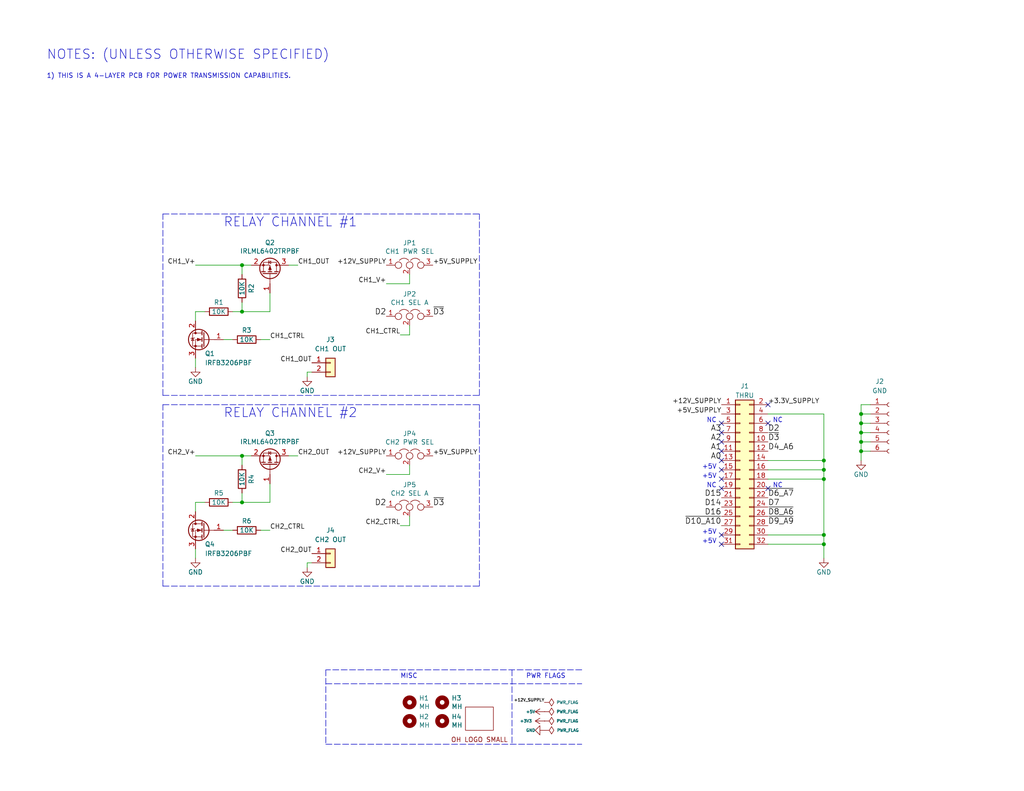
<source format=kicad_sch>
(kicad_sch (version 20211123) (generator eeschema)
  (paper "A")
  (title_block (title "ABSIS ALE Relay Module") (date "2023-02-10") (rev "1") (company "www.openhornet.com") (comment 1 "License:  CC BY-NC-SA"))
  (lib_symbols
    (symbol "ABSIS_ALE_Relay_Module-rescue:Jumper_NC_Dual-Device" (pin_names (offset 0.762) hide)
      (property "Reference" "JP" (at 1.27 -2.54 0))
      (property "Value" "Jumper_NC_Dual-Device" (at 0 2.54 0))
      (symbol "Jumper_NC_Dual-Device_0_1"
        (circle (center -3.048 0) (radius 0.889))
        (arc (start -0.254 1.27) (mid -1.524 1.8804) (end -2.794 1.27))
        (circle (center 0 0) (radius 0.9144))
        (arc (start 2.794 1.27) (mid 1.524 1.8804) (end 0.254 1.27))
        (circle (center 3.048 0) (radius 0.889))
        (pin passive line (at -6.35 0 0) (length 2.413) (name "1") (number "1"))
        (pin passive line (at 0 -2.54 90) (length 1.524) (name "2") (number "2"))
        (pin passive line (at 6.35 0 180) (length 2.413) (name "3") (number "3"))
      )
    )
    (symbol "Connector:Conn_01x06_Female" (pin_names (offset 1.016) hide)
      (property "Reference" "J" (at 0 7.62 0))
      (property "Value" "Conn_01x06_Female" (at 0 -10.16 0))
      (symbol "Conn_01x06_Female_1_1"
        (arc (start 0 -7.112) (mid -0.508 -7.62) (end 0 -8.128) (stroke (width 0.1524)))
        (arc (start 0 -4.572) (mid -0.508 -5.08) (end 0 -5.588) (stroke (width 0.1524)))
        (arc (start 0 -2.032) (mid -0.508 -2.54) (end 0 -3.048) (stroke (width 0.1524)))
        (polyline (pts (xy -1.27 -7.62) (xy -0.508 -7.62)) (stroke (width 0.1524)))
        (polyline (pts (xy -1.27 -5.08) (xy -0.508 -5.08)) (stroke (width 0.1524)))
        (polyline (pts (xy -1.27 -2.54) (xy -0.508 -2.54)) (stroke (width 0.1524)))
        (polyline (pts (xy -1.27 0) (xy -0.508 0)) (stroke (width 0.1524)))
        (polyline (pts (xy -1.27 2.54) (xy -0.508 2.54)) (stroke (width 0.1524)))
        (polyline (pts (xy -1.27 5.08) (xy -0.508 5.08)) (stroke (width 0.1524)))
        (arc (start 0 0.508) (mid -0.508 0) (end 0 -0.508) (stroke (width 0.1524)))
        (arc (start 0 3.048) (mid -0.508 2.54) (end 0 2.032) (stroke (width 0.1524)))
        (arc (start 0 5.588) (mid -0.508 5.08) (end 0 4.572) (stroke (width 0.1524)))
        (pin passive line (at -5.08 5.08 0) (length 3.81) (name "Pin_1") (number "1"))
        (pin passive line (at -5.08 2.54 0) (length 3.81) (name "Pin_2") (number "2"))
        (pin passive line (at -5.08 0 0) (length 3.81) (name "Pin_3") (number "3"))
        (pin passive line (at -5.08 -2.54 0) (length 3.81) (name "Pin_4") (number "4"))
        (pin passive line (at -5.08 -5.08 0) (length 3.81) (name "Pin_5") (number "5"))
        (pin passive line (at -5.08 -7.62 0) (length 3.81) (name "Pin_6") (number "6"))
      )
    )
    (symbol "Connector_Generic:Conn_01x02" (pin_names (offset 1.016) hide)
      (property "Reference" "J" (at 0 2.54 0))
      (property "Value" "Conn_01x02" (at 0 -5.08 0))
      (symbol "Conn_01x02_1_1"
        (rectangle (start -1.27 -2.413) (end 0 -2.667) (stroke (width 0.1524)))
        (rectangle (start -1.27 0.127) (end 0 -0.127) (stroke (width 0.1524)))
        (rectangle (start -1.27 1.27) (end 1.27 -3.81) (stroke (width 0.254)) (fill (type background)))
        (pin passive line (at -5.08 0 0) (length 3.81) (name "Pin_1") (number "1"))
        (pin passive line (at -5.08 -2.54 0) (length 3.81) (name "Pin_2") (number "2"))
      )
    )
    (symbol "Connector_Generic:Conn_02x16_Odd_Even" (pin_names (offset 1.016) hide)
      (property "Reference" "J" (at 1.27 20.32 0))
      (property "Value" "Conn_02x16_Odd_Even" (at 1.27 -22.86 0))
      (symbol "Conn_02x16_Odd_Even_1_1"
        (rectangle (start -1.27 -20.193) (end 0 -20.447) (stroke (width 0.1524)))
        (rectangle (start -1.27 -17.653) (end 0 -17.907) (stroke (width 0.1524)))
        (rectangle (start -1.27 -15.113) (end 0 -15.367) (stroke (width 0.1524)))
        (rectangle (start -1.27 -12.573) (end 0 -12.827) (stroke (width 0.1524)))
        (rectangle (start -1.27 -10.033) (end 0 -10.287) (stroke (width 0.1524)))
        (rectangle (start -1.27 -7.493) (end 0 -7.747) (stroke (width 0.1524)))
        (rectangle (start -1.27 -4.953) (end 0 -5.207) (stroke (width 0.1524)))
        (rectangle (start -1.27 -2.413) (end 0 -2.667) (stroke (width 0.1524)))
        (rectangle (start -1.27 0.127) (end 0 -0.127) (stroke (width 0.1524)))
        (rectangle (start -1.27 2.667) (end 0 2.413) (stroke (width 0.1524)))
        (rectangle (start -1.27 5.207) (end 0 4.953) (stroke (width 0.1524)))
        (rectangle (start -1.27 7.747) (end 0 7.493) (stroke (width 0.1524)))
        (rectangle (start -1.27 10.287) (end 0 10.033) (stroke (width 0.1524)))
        (rectangle (start -1.27 12.827) (end 0 12.573) (stroke (width 0.1524)))
        (rectangle (start -1.27 15.367) (end 0 15.113) (stroke (width 0.1524)))
        (rectangle (start -1.27 17.907) (end 0 17.653) (stroke (width 0.1524)))
        (rectangle (start -1.27 19.05) (end 3.81 -21.59) (stroke (width 0.254)) (fill (type background)))
        (rectangle (start 3.81 -20.193) (end 2.54 -20.447) (stroke (width 0.1524)))
        (rectangle (start 3.81 -17.653) (end 2.54 -17.907) (stroke (width 0.1524)))
        (rectangle (start 3.81 -15.113) (end 2.54 -15.367) (stroke (width 0.1524)))
        (rectangle (start 3.81 -12.573) (end 2.54 -12.827) (stroke (width 0.1524)))
        (rectangle (start 3.81 -10.033) (end 2.54 -10.287) (stroke (width 0.1524)))
        (rectangle (start 3.81 -7.493) (end 2.54 -7.747) (stroke (width 0.1524)))
        (rectangle (start 3.81 -4.953) (end 2.54 -5.207) (stroke (width 0.1524)))
        (rectangle (start 3.81 -2.413) (end 2.54 -2.667) (stroke (width 0.1524)))
        (rectangle (start 3.81 0.127) (end 2.54 -0.127) (stroke (width 0.1524)))
        (rectangle (start 3.81 2.667) (end 2.54 2.413) (stroke (width 0.1524)))
        (rectangle (start 3.81 5.207) (end 2.54 4.953) (stroke (width 0.1524)))
        (rectangle (start 3.81 7.747) (end 2.54 7.493) (stroke (width 0.1524)))
        (rectangle (start 3.81 10.287) (end 2.54 10.033) (stroke (width 0.1524)))
        (rectangle (start 3.81 12.827) (end 2.54 12.573) (stroke (width 0.1524)))
        (rectangle (start 3.81 15.367) (end 2.54 15.113) (stroke (width 0.1524)))
        (rectangle (start 3.81 17.907) (end 2.54 17.653) (stroke (width 0.1524)))
        (pin passive line (at -5.08 17.78 0) (length 3.81) (name "Pin_1") (number "1"))
        (pin passive line (at 7.62 7.62 180) (length 3.81) (name "Pin_10") (number "10"))
        (pin passive line (at -5.08 5.08 0) (length 3.81) (name "Pin_11") (number "11"))
        (pin passive line (at 7.62 5.08 180) (length 3.81) (name "Pin_12") (number "12"))
        (pin passive line (at -5.08 2.54 0) (length 3.81) (name "Pin_13") (number "13"))
        (pin passive line (at 7.62 2.54 180) (length 3.81) (name "Pin_14") (number "14"))
        (pin passive line (at -5.08 0 0) (length 3.81) (name "Pin_15") (number "15"))
        (pin passive line (at 7.62 0 180) (length 3.81) (name "Pin_16") (number "16"))
        (pin passive line (at -5.08 -2.54 0) (length 3.81) (name "Pin_17") (number "17"))
        (pin passive line (at 7.62 -2.54 180) (length 3.81) (name "Pin_18") (number "18"))
        (pin passive line (at -5.08 -5.08 0) (length 3.81) (name "Pin_19") (number "19"))
        (pin passive line (at 7.62 17.78 180) (length 3.81) (name "Pin_2") (number "2"))
        (pin passive line (at 7.62 -5.08 180) (length 3.81) (name "Pin_20") (number "20"))
        (pin passive line (at -5.08 -7.62 0) (length 3.81) (name "Pin_21") (number "21"))
        (pin passive line (at 7.62 -7.62 180) (length 3.81) (name "Pin_22") (number "22"))
        (pin passive line (at -5.08 -10.16 0) (length 3.81) (name "Pin_23") (number "23"))
        (pin passive line (at 7.62 -10.16 180) (length 3.81) (name "Pin_24") (number "24"))
        (pin passive line (at -5.08 -12.7 0) (length 3.81) (name "Pin_25") (number "25"))
        (pin passive line (at 7.62 -12.7 180) (length 3.81) (name "Pin_26") (number "26"))
        (pin passive line (at -5.08 -15.24 0) (length 3.81) (name "Pin_27") (number "27"))
        (pin passive line (at 7.62 -15.24 180) (length 3.81) (name "Pin_28") (number "28"))
        (pin passive line (at -5.08 -17.78 0) (length 3.81) (name "Pin_29") (number "29"))
        (pin passive line (at -5.08 15.24 0) (length 3.81) (name "Pin_3") (number "3"))
        (pin passive line (at 7.62 -17.78 180) (length 3.81) (name "Pin_30") (number "30"))
        (pin passive line (at -5.08 -20.32 0) (length 3.81) (name "Pin_31") (number "31"))
        (pin passive line (at 7.62 -20.32 180) (length 3.81) (name "Pin_32") (number "32"))
        (pin passive line (at 7.62 15.24 180) (length 3.81) (name "Pin_4") (number "4"))
        (pin passive line (at -5.08 12.7 0) (length 3.81) (name "Pin_5") (number "5"))
        (pin passive line (at 7.62 12.7 180) (length 3.81) (name "Pin_6") (number "6"))
        (pin passive line (at -5.08 10.16 0) (length 3.81) (name "Pin_7") (number "7"))
        (pin passive line (at 7.62 10.16 180) (length 3.81) (name "Pin_8") (number "8"))
        (pin passive line (at -5.08 7.62 0) (length 3.81) (name "Pin_9") (number "9"))
      )
    )
    (symbol "Device:Q_NMOS_GDS" (pin_names (offset 0) hide)
      (property "Reference" "Q" (at 5.08 1.27 0))
      (property "Value" "Q_NMOS_GDS" (at 5.08 -1.27 0))
      (symbol "Q_NMOS_GDS_0_1"
        (polyline (pts (xy 0.254 0) (xy -2.54 0)))
        (polyline (pts (xy 0.254 1.905) (xy 0.254 -1.905)) (stroke (width 0.254)))
        (polyline (pts (xy 0.762 -1.27) (xy 0.762 -2.286)) (stroke (width 0.254)))
        (polyline (pts (xy 0.762 0.508) (xy 0.762 -0.508)) (stroke (width 0.254)))
        (polyline (pts (xy 0.762 2.286) (xy 0.762 1.27)) (stroke (width 0.254)))
        (polyline (pts (xy 2.54 2.54) (xy 2.54 1.778)))
        (polyline (pts (xy 2.54 -2.54) (xy 2.54 0) (xy 0.762 0)))
        (polyline (pts (xy 0.762 -1.778) (xy 3.302 -1.778) (xy 3.302 1.778) (xy 0.762 1.778)))
        (polyline (pts (xy 1.016 0) (xy 2.032 0.381) (xy 2.032 -0.381) (xy 1.016 0)) (fill (type outline)))
        (polyline (pts (xy 2.794 0.508) (xy 2.921 0.381) (xy 3.683 0.381) (xy 3.81 0.254)))
        (polyline (pts (xy 3.302 0.381) (xy 2.921 -0.254) (xy 3.683 -0.254) (xy 3.302 0.381)))
        (circle (center 1.651 0) (radius 2.794) (stroke (width 0.254)))
        (circle (center 2.54 -1.778) (radius 0.254) (fill (type outline)))
        (circle (center 2.54 1.778) (radius 0.254) (fill (type outline)))
      )
      (symbol "Q_NMOS_GDS_1_1"
        (pin input line (at -5.08 0 0) (length 2.54) (name "G") (number "1"))
        (pin passive line (at 2.54 5.08 270) (length 2.54) (name "D") (number "2"))
        (pin passive line (at 2.54 -5.08 90) (length 2.54) (name "S") (number "3"))
      )
    )
    (symbol "Device:R" (pin_numbers hide) (pin_names (offset 0))
      (property "Reference" "R" (at 2.032 0 90))
      (property "Value" "R" (at 0 0 90))
      (symbol "R_0_1"
        (rectangle (start -1.016 -2.54) (end 1.016 2.54) (stroke (width 0.254)))
      )
      (symbol "R_1_1"
        (pin passive line (at 0 3.81 270) (length 1.27) (name "~") (number "1"))
        (pin passive line (at 0 -3.81 90) (length 1.27) (name "~") (number "2"))
      )
    )
    (symbol "KiCadCustomLib:OpenHornetLogoSmall" (pin_numbers hide) (pin_names (offset 0) hide)
      (symbol "OpenHornetLogoSmall_0_0"
        (text "OH LOGO SMALL" (at 0 2.54 0) (effects (font (size 1.27 1.27))))
      )
      (symbol "OpenHornetLogoSmall_0_1"
        (rectangle (start 3.81 5.08) (end -3.81 11.43))
      )
    )
    (symbol "Mechanical:MountingHole" (pin_names (offset 1.016))
      (property "Reference" "H" (at 0 5.08 0))
      (property "Value" "MountingHole" (at 0 3.175 0))
      (symbol "MountingHole_0_1"
        (circle (center 0 0) (radius 1.27) (stroke (width 1.27)))
      )
    )
    (symbol "Transistor_FET:IRLML6402" (pin_names hide)
      (property "Reference" "Q" (at 5.08 1.905 0))
      (property "Value" "IRLML6402" (at 5.08 0 0))
      (symbol "IRLML6402_0_1"
        (polyline (pts (xy 0.254 0) (xy -2.54 0)))
        (polyline (pts (xy 0.254 1.905) (xy 0.254 -1.905)) (stroke (width 0.254)))
        (polyline (pts (xy 0.762 -1.27) (xy 0.762 -2.286)) (stroke (width 0.254)))
        (polyline (pts (xy 0.762 0.508) (xy 0.762 -0.508)) (stroke (width 0.254)))
        (polyline (pts (xy 0.762 2.286) (xy 0.762 1.27)) (stroke (width 0.254)))
        (polyline (pts (xy 2.54 2.54) (xy 2.54 1.778)))
        (polyline (pts (xy 2.54 -2.54) (xy 2.54 0) (xy 0.762 0)))
        (polyline (pts (xy 0.762 1.778) (xy 3.302 1.778) (xy 3.302 -1.778) (xy 0.762 -1.778)))
        (polyline (pts (xy 2.286 0) (xy 1.27 0.381) (xy 1.27 -0.381) (xy 2.286 0)) (fill (type outline)))
        (polyline (pts (xy 2.794 -0.508) (xy 2.921 -0.381) (xy 3.683 -0.381) (xy 3.81 -0.254)))
        (polyline (pts (xy 3.302 -0.381) (xy 2.921 0.254) (xy 3.683 0.254) (xy 3.302 -0.381)))
        (circle (center 1.651 0) (radius 2.794) (stroke (width 0.254)))
        (circle (center 2.54 -1.778) (radius 0.254) (fill (type outline)))
        (circle (center 2.54 1.778) (radius 0.254) (fill (type outline)))
      )
      (symbol "IRLML6402_1_1"
        (pin input line (at -5.08 0 0) (length 2.54) (name "G") (number "1"))
        (pin passive line (at 2.54 -5.08 90) (length 2.54) (name "S") (number "2"))
        (pin passive line (at 2.54 5.08 270) (length 2.54) (name "D") (number "3"))
      )
    )
    (symbol "power:+3V3" (power) (pin_names (offset 0))
      (property "Value" "+3V3" (at 0 3.556 0))
      (symbol "+3V3_0_1"
        (polyline (pts (xy -0.762 1.27) (xy 0 2.54)))
        (polyline (pts (xy 0 0) (xy 0 2.54)))
        (polyline (pts (xy 0 2.54) (xy 0.762 1.27)))
      )
      (symbol "+3V3_1_1"
        (pin power_in line (at 0 0 90) (length 0) hide (name "+3V3") (number "1"))
      )
    )
    (symbol "power:+5V" (power) (pin_names (offset 0))
      (property "Value" "+5V" (at 0 3.556 0))
      (symbol "+5V_0_1"
        (polyline (pts (xy -0.762 1.27) (xy 0 2.54)))
        (polyline (pts (xy 0 0) (xy 0 2.54)))
        (polyline (pts (xy 0 2.54) (xy 0.762 1.27)))
      )
      (symbol "+5V_1_1"
        (pin power_in line (at 0 0 90) (length 0) hide (name "+5V") (number "1"))
      )
    )
    (symbol "power:GND" (power) (pin_names (offset 0))
      (property "Value" "GND" (at 0 -3.81 0))
      (symbol "GND_0_1"
        (polyline (pts (xy 0 0) (xy 0 -1.27) (xy 1.27 -1.27) (xy 0 -2.54) (xy -1.27 -1.27) (xy 0 -1.27)))
      )
      (symbol "GND_1_1"
        (pin power_in line (at 0 0 270) (length 0) hide (name "GND") (number "1"))
      )
    )
    (symbol "power:PWR_FLAG" (power) (pin_numbers hide) (pin_names (offset 0) hide)
      (property "Value" "PWR_FLAG" (at 0 3.81 0))
      (symbol "PWR_FLAG_0_0"
        (pin power_out line (at 0 0 90) (length 0) (name "pwr") (number "1"))
      )
      (symbol "PWR_FLAG_0_1"
        (polyline (pts (xy 0 0) (xy 0 1.27) (xy -1.016 1.905) (xy 0 2.54) (xy 1.016 1.905) (xy 0 1.27)))
      )
    )
  )
  (junction (at 224.79 128.27))
  (junction (at 66.04 85.09))
  (junction (at 224.79 146.05))
  (junction (at 234.95 123.19))
  (junction (at 234.95 115.57))
  (junction (at 234.95 120.65))
  (junction (at 224.79 148.59))
  (junction (at 66.04 124.46))
  (junction (at 224.79 125.73))
  (junction (at 66.04 72.39))
  (junction (at 234.95 113.03))
  (junction (at 66.04 137.16))
  (junction (at 224.79 130.81))
  (junction (at 234.95 118.11))
  (no_connect (at 196.85 146.05))
  (no_connect (at 196.85 120.65))
  (no_connect (at 196.85 133.35))
  (no_connect (at 196.85 148.59))
  (no_connect (at 196.85 128.27))
  (no_connect (at 196.85 130.81))
  (no_connect (at 209.55 110.49))
  (no_connect (at 196.85 115.57))
  (no_connect (at 196.85 125.73))
  (no_connect (at 196.85 118.11))
  (no_connect (at 196.85 123.19))
  (no_connect (at 209.55 115.57))
  (no_connect (at 209.55 133.35))
  (wire (pts (xy 53.34 137.16) (xy 53.34 139.7)))
  (wire (pts (xy 105.41 129.54) (xy 111.76 129.54)))
  (wire (pts (xy 234.95 113.03) (xy 234.95 115.57)))
  (wire (pts (xy 111.76 88.9) (xy 111.76 91.44)))
  (wire (pts (xy 66.04 72.39) (xy 53.34 72.39)))
  (wire (pts (xy 53.34 85.09) (xy 53.34 87.63)))
  (wire (pts (xy 53.34 152.4) (xy 53.34 149.86)))
  (wire (pts (xy 71.12 92.71) (xy 73.66 92.71)))
  (wire (pts (xy 224.79 130.81) (xy 224.79 146.05)))
  (polyline (pts (xy 130.81 110.49) (xy 130.81 160.02)))
  (wire (pts (xy 209.55 125.73) (xy 224.79 125.73)))
  (wire (pts (xy 53.34 100.33) (xy 53.34 97.79)))
  (wire (pts (xy 209.55 128.27) (xy 224.79 128.27)))
  (wire (pts (xy 224.79 146.05) (xy 224.79 148.59)))
  (wire (pts (xy 83.82 101.6) (xy 83.82 102.87)))
  (wire (pts (xy 66.04 82.55) (xy 66.04 85.09)))
  (wire (pts (xy 111.76 129.54) (xy 111.76 127)))
  (wire (pts (xy 73.66 132.08) (xy 73.66 137.16)))
  (wire (pts (xy 224.79 148.59) (xy 224.79 152.4)))
  (wire (pts (xy 234.95 110.49) (xy 234.95 113.03)))
  (polyline (pts (xy 88.9 182.88) (xy 88.9 203.2)))
  (wire (pts (xy 85.09 153.67) (xy 83.82 153.67)))
  (wire (pts (xy 224.79 113.03) (xy 224.79 125.73)))
  (wire (pts (xy 83.82 153.67) (xy 83.82 154.94)))
  (wire (pts (xy 66.04 74.93) (xy 66.04 72.39)))
  (wire (pts (xy 209.55 130.81) (xy 224.79 130.81)))
  (wire (pts (xy 237.49 113.03) (xy 234.95 113.03)))
  (wire (pts (xy 55.88 85.09) (xy 53.34 85.09)))
  (wire (pts (xy 68.58 124.46) (xy 66.04 124.46)))
  (wire (pts (xy 209.55 113.03) (xy 224.79 113.03)))
  (wire (pts (xy 234.95 118.11) (xy 234.95 120.65)))
  (wire (pts (xy 237.49 115.57) (xy 234.95 115.57)))
  (wire (pts (xy 66.04 124.46) (xy 53.34 124.46)))
  (polyline (pts (xy 88.9 203.2) (xy 158.75 203.2)))
  (wire (pts (xy 60.96 92.71) (xy 63.5 92.71)))
  (wire (pts (xy 73.66 85.09) (xy 66.04 85.09)))
  (polyline (pts (xy 130.81 107.95) (xy 130.81 58.42)))
  (polyline (pts (xy 44.45 160.02) (xy 44.45 110.49)))
  (wire (pts (xy 109.22 143.51) (xy 111.76 143.51)))
  (wire (pts (xy 66.04 127) (xy 66.04 124.46)))
  (wire (pts (xy 237.49 110.49) (xy 234.95 110.49)))
  (polyline (pts (xy 44.45 110.49) (xy 130.81 110.49)))
  (wire (pts (xy 234.95 123.19) (xy 234.95 125.73)))
  (wire (pts (xy 234.95 120.65) (xy 234.95 123.19)))
  (wire (pts (xy 234.95 115.57) (xy 234.95 118.11)))
  (wire (pts (xy 224.79 128.27) (xy 224.79 130.81)))
  (polyline (pts (xy 158.75 182.88) (xy 88.9 182.88)))
  (wire (pts (xy 237.49 120.65) (xy 234.95 120.65)))
  (wire (pts (xy 60.96 144.78) (xy 63.5 144.78)))
  (wire (pts (xy 237.49 123.19) (xy 234.95 123.19)))
  (wire (pts (xy 81.28 124.46) (xy 78.74 124.46)))
  (wire (pts (xy 63.5 137.16) (xy 66.04 137.16)))
  (wire (pts (xy 73.66 137.16) (xy 66.04 137.16)))
  (wire (pts (xy 105.41 77.47) (xy 111.76 77.47)))
  (wire (pts (xy 73.66 80.01) (xy 73.66 85.09)))
  (polyline (pts (xy 44.45 160.02) (xy 130.81 160.02)))
  (polyline (pts (xy 44.45 107.95) (xy 130.81 107.95)))
  (wire (pts (xy 209.55 146.05) (xy 224.79 146.05)))
  (wire (pts (xy 111.76 77.47) (xy 111.76 74.93)))
  (wire (pts (xy 237.49 118.11) (xy 234.95 118.11)))
  (polyline (pts (xy 44.45 58.42) (xy 130.81 58.42)))
  (wire (pts (xy 66.04 134.62) (xy 66.04 137.16)))
  (wire (pts (xy 68.58 72.39) (xy 66.04 72.39)))
  (wire (pts (xy 109.22 91.44) (xy 111.76 91.44)))
  (polyline (pts (xy 44.45 107.95) (xy 44.45 58.42)))
  (wire (pts (xy 71.12 144.78) (xy 73.66 144.78)))
  (wire (pts (xy 209.55 148.59) (xy 224.79 148.59)))
  (wire (pts (xy 63.5 85.09) (xy 66.04 85.09)))
  (polyline (pts (xy 88.9 186.69) (xy 158.75 186.69)))
  (wire (pts (xy 111.76 140.97) (xy 111.76 143.51)))
  (wire (pts (xy 85.09 101.6) (xy 83.82 101.6)))
  (wire (pts (xy 55.88 137.16) (xy 53.34 137.16)))
  (polyline (pts (xy 139.7 182.88) (xy 139.7 203.2)))
  (wire (pts (xy 224.79 125.73) (xy 224.79 128.27)))
  (wire (pts (xy 81.28 72.39) (xy 78.74 72.39)))
  (text "NC" (at 195.58 133.35 180) (effects (font (size 1.27 1.27)) (justify right bottom)))
  (text "+5V" (at 195.58 148.59 180) (effects (font (size 1.27 1.27)) (justify right bottom)))
  (text "RELAY CHANNEL #2" (at 60.96 114.3 0) (effects (font (size 2.4892 2.4892)) (justify left bottom)))
  (text "NC" (at 210.82 133.35 0) (effects (font (size 1.27 1.27)) (justify left bottom)))
  (text "MISC" (at 109.22 185.42 0) (effects (font (size 1.27 1.27)) (justify left bottom)))
  (text "+5V" (at 195.58 128.27 180) (effects (font (size 1.27 1.27)) (justify right bottom)))
  (text "PWR FLAGS" (at 143.51 185.42 0) (effects (font (size 1.27 1.27)) (justify left bottom)))
  (text "RELAY CHANNEL #1" (at 60.96 62.23 0) (effects (font (size 2.4892 2.4892)) (justify left bottom)))
  (text "NC" (at 195.58 115.57 180) (effects (font (size 1.27 1.27)) (justify right bottom)))
  (text "NC" (at 210.82 115.57 0) (effects (font (size 1.27 1.27)) (justify left bottom)))
  (text "1) THIS IS A 4-LAYER PCB FOR POWER TRANSMISSION CAPABILITIES." (at 12.7 21.59 0) (effects (font (size 1.27 1.27)) (justify left bottom)))
  (text "+5V" (at 195.58 130.81 180) (effects (font (size 1.27 1.27)) (justify right bottom)))
  (text "+5V" (at 195.58 146.05 180) (effects (font (size 1.27 1.27)) (justify right bottom)))
  (text "NOTES: (UNLESS OTHERWISE SPECIFIED)" (at 12.7 16.51 0) (effects (font (size 2.54 2.54)) (justify left bottom)))
  (label "CH1_CTRL" (at 109.22 91.44 180))
  (label "D15" (at 196.85 135.89 180) (effects (font (size 1.524 1.524))))
  (label "CH2_OUT" (at 81.28 124.46 0))
  (label "D2" (at 105.41 138.43 180) (effects (font (size 1.524 1.524))))
  (label "+5V_SUPPLY" (at 118.11 124.46 0))
  (label "CH2_OUT" (at 85.09 151.13 180))
  (label "CH1_OUT" (at 81.28 72.39 0))
  (label "+12V_SUPPLY" (at 148.59 191.77 180) (effects (font (size 0.7874 0.7874))))
  (label "CH2_V+" (at 105.41 129.54 180))
  (label "CH2_CTRL" (at 73.66 144.78 0))
  (label "A1" (at 196.85 123.19 180) (effects (font (size 1.524 1.524))))
  (label "A2" (at 196.85 120.65 180) (effects (font (size 1.524 1.524))))
  (label "CH2_V+" (at 53.34 124.46 180))
  (label "+3.3V_SUPPLY" (at 209.55 110.49 0))
  (label "+12V_SUPPLY" (at 196.85 110.49 180))
  (label "~{D9_A9}" (at 209.55 143.51 0) (effects (font (size 1.524 1.524))))
  (label "~{D3}" (at 118.11 86.36 0) (effects (font (size 1.524 1.524))))
  (label "D2" (at 209.55 118.11 0) (effects (font (size 1.524 1.524))))
  (label "CH1_V+" (at 105.41 77.47 180))
  (label "CH1_OUT" (at 85.09 99.06 180))
  (label "D7" (at 209.55 138.43 0) (effects (font (size 1.524 1.524))))
  (label "~{D3}" (at 209.55 120.65 0) (effects (font (size 1.524 1.524))))
  (label "CH2_CTRL" (at 109.22 143.51 180))
  (label "+12V_SUPPLY" (at 105.41 72.39 180))
  (label "D16" (at 196.85 140.97 180) (effects (font (size 1.524 1.524))))
  (label "+5V_SUPPLY" (at 196.85 113.03 180))
  (label "D2" (at 105.41 86.36 180) (effects (font (size 1.524 1.524))))
  (label "D14" (at 196.85 138.43 180) (effects (font (size 1.524 1.524))))
  (label "D4_A6" (at 209.55 123.19 0) (effects (font (size 1.524 1.524))))
  (label "A3" (at 196.85 118.11 180) (effects (font (size 1.524 1.524))))
  (label "A0" (at 196.85 125.73 180) (effects (font (size 1.524 1.524))))
  (label "~{D8_A6}" (at 209.55 140.97 0) (effects (font (size 1.524 1.524))))
  (label "~{D10_A10}" (at 196.85 143.51 180) (effects (font (size 1.524 1.524))))
  (label "+12V_SUPPLY" (at 105.41 124.46 180))
  (label "~{D6_A7}" (at 209.55 135.89 0) (effects (font (size 1.524 1.524))))
  (label "CH1_V+" (at 53.34 72.39 180))
  (label "~{D3}" (at 118.11 138.43 0) (effects (font (size 1.524 1.524))))
  (label "+5V_SUPPLY" (at 118.11 72.39 0))
  (label "CH1_CTRL" (at 73.66 92.71 0))
  (symbol (lib_id "power:+5V") (at 148.59 194.31 90) (unit 1)
    (property "Reference" "#PWR0101" (effects hide))
    (property "Value" "+5V" (at 144.78 194.31 90) (effects (font (size 0.7874 0.7874))))
  )
  (symbol (lib_id "power:+3V3") (at 148.59 196.85 90) (unit 1)
    (property "Reference" "#PWR0102" (effects hide))
    (property "Value" "+3.3V" (at 143.51 196.85 90) (effects (font (size 0.7874 0.7874))))
  )
  (symbol (lib_id "power:PWR_FLAG") (at 148.59 196.85 270) (unit 1)
    (property "Reference" "#FLG0101" (effects hide))
    (property "Value" "PWR_FLAG" (at 151.8412 196.85 90) (effects (font (size 0.7874 0.7874)) (justify left)))
  )
  (symbol (lib_id "power:PWR_FLAG") (at 148.59 194.31 270) (unit 1)
    (property "Reference" "#FLG0102" (effects hide))
    (property "Value" "PWR_FLAG" (at 151.8412 194.31 90) (effects (font (size 0.7874 0.7874)) (justify left)))
  )
  (symbol (lib_id "power:PWR_FLAG") (at 148.59 191.77 270) (unit 1)
    (property "Reference" "#FLG0103" (effects hide))
    (property "Value" "PWR_FLAG" (at 151.8412 191.77 90) (effects (font (size 0.7874 0.7874)) (justify left)))
  )
  (symbol (lib_id "power:PWR_FLAG") (at 148.59 199.39 270) (unit 1)
    (property "Reference" "#FLG0104" (effects hide))
    (property "Value" "PWR_FLAG" (at 154.94 199.39 90) (effects (font (size 0.7874 0.7874))))
  )
  (symbol (lib_id "power:GND") (at 148.59 199.39 270) (unit 1)
    (property "Reference" "#PWR0103" (effects hide))
    (property "Value" "GND" (at 144.78 199.39 90) (effects (font (size 0.7874 0.7874))))
  )
  (symbol (lib_id "Device:Q_NMOS_GDS") (at 55.88 92.71 0) (mirror y) (unit 1)
    (property "Reference" "Q1" (at 55.88 96.52 0) (effects (justify right)))
    (property "Value" "IRFB3206PBF" (at 55.88 99.06 0) (effects (justify right)))
    (property "Footprint" "Package_TO_SOT_THT:TO-220-3_Vertical" (effects hide))
    (property "Datasheet" "https://datasheet.lcsc.com/szlcsc/1806111728_Infineon-Technologies-IRFB3206PBF_C2642.pdf" (effects hide))
    (property "PN" "IRFB3206PBF" (effects hide))
    (property "LCSC" "C2642" (effects hide))
  )
  (symbol (lib_id "Device:R") (at 67.31 92.71 270) (mirror x) (unit 1)
    (property "Reference" "R3" (at 67.31 90.17 90))
    (property "Value" "10K" (at 67.31 92.71 90))
    (property "Footprint" "Resistor_SMD:R_0603_1608Metric_Pad0.98x0.95mm_HandSolder" (effects hide))
    (property "Datasheet" "https://datasheet.lcsc.com/szlcsc/1811062009_UNI-ROYAL-Uniroyal-Elec-0603WAF1002T5E_C25804.pdf" (effects hide))
    (property "PN" "0603WAF1002T5E" (effects hide))
    (property "LCSC" "C25804" (effects hide))
  )
  (symbol (lib_id "Transistor_FET:IRLML6402") (at 73.66 74.93 270) (mirror x) (unit 1)
    (property "Reference" "Q2" (at 73.66 66.2432 90))
    (property "Value" "IRLML6402TRPBF" (at 73.66 68.5546 90))
    (property "Footprint" "Package_TO_SOT_SMD:SOT-23" (effects hide))
    (property "Datasheet" "https://www.infineon.com/dgdl/irlml6402pbf.pdf?fileId=5546d462533600a401535668d5c2263c" (effects hide))
    (property "LCSC" "C2593" (effects hide))
    (property "PN" "IRLML6402TRPBF" (effects hide))
  )
  (symbol (lib_id "Device:R") (at 59.69 85.09 270) (mirror x) (unit 1)
    (property "Reference" "R1" (at 59.69 82.55 90))
    (property "Value" "10K" (at 59.69 85.09 90))
    (property "Footprint" "Resistor_SMD:R_0603_1608Metric_Pad0.98x0.95mm_HandSolder" (effects hide))
    (property "Datasheet" "https://datasheet.lcsc.com/szlcsc/1811062009_UNI-ROYAL-Uniroyal-Elec-0603WAF1002T5E_C25804.pdf" (effects hide))
    (property "PN" "0603WAF1002T5E" (effects hide))
    (property "LCSC" "C25804" (effects hide))
  )
  (symbol (lib_id "Device:R") (at 66.04 78.74 0) (mirror x) (unit 1)
    (property "Reference" "R2" (at 68.58 78.74 90))
    (property "Value" "10K" (at 66.04 78.74 90))
    (property "Footprint" "Resistor_SMD:R_0603_1608Metric_Pad0.98x0.95mm_HandSolder" (effects hide))
    (property "Datasheet" "https://datasheet.lcsc.com/szlcsc/1811062009_UNI-ROYAL-Uniroyal-Elec-0603WAF1002T5E_C25804.pdf" (effects hide))
    (property "PN" "0603WAF1002T5E" (effects hide))
    (property "LCSC" "C25804" (effects hide))
  )
  (symbol (lib_id "Connector_Generic:Conn_01x02") (at 90.17 99.06 0) (unit 1)
    (property "Reference" "J3" (at 90.17 92.71 0))
    (property "Value" "CH1 OUT" (at 90.17 95.25 0))
    (property "Footprint" "Connector_JST:JST_PH_B2B-PH-K_1x02_P2.00mm_Vertical" (effects hide))
    (property "Datasheet" "https://www.jst-mfg.com/product/pdf/eng/ePH.pdf" (effects hide))
    (property "PN" "B2B-PH-K-S(LF)(SN)" (effects hide))
  )
  (symbol (lib_id "Connector:Conn_01x06_Female") (at 242.57 115.57 0) (unit 1)
    (property "Reference" "J2" (at 240.03 104.14 0))
    (property "Value" "GND" (at 240.03 106.68 0))
    (property "Footprint" "Connector_PinSocket_2.54mm:PinSocket_1x06_P2.54mm_Vertical" (effects hide))
    (property "Datasheet" "https://www.mouser.com/datasheet/2/527/ssq_th-1370157.pdf" (effects hide))
    (property "PN" "SSQ-106-03-L-S" (effects hide))
  )
  (symbol (lib_id "power:GND") (at 234.95 125.73 0) (mirror y) (unit 1)
    (property "Reference" "#PWR0112" (effects hide))
    (property "Value" "GND" (at 234.95 129.54 0))
  )
  (symbol (lib_id "Mechanical:MountingHole") (at 111.76 191.77 0) (unit 1)
    (property "Reference" "H1" (at 114.3 190.6016 0) (effects (justify left)))
    (property "Value" "MH" (at 114.3 192.913 0) (effects (justify left)))
    (property "Footprint" "MountingHole:MountingHole_3.2mm_M3_DIN965" (effects hide))
  )
  (symbol (lib_id "Mechanical:MountingHole") (at 111.76 196.85 0) (unit 1)
    (property "Reference" "H2" (at 114.3 195.6816 0) (effects (justify left)))
    (property "Value" "MH" (at 114.3 197.993 0) (effects (justify left)))
    (property "Footprint" "MountingHole:MountingHole_3.2mm_M3_DIN965" (effects hide))
  )
  (symbol (lib_id "Mechanical:MountingHole") (at 120.65 191.77 0) (unit 1)
    (property "Reference" "H3" (at 123.19 190.6016 0) (effects (justify left)))
    (property "Value" "MH" (at 123.19 192.913 0) (effects (justify left)))
    (property "Footprint" "MountingHole:MountingHole_3.2mm_M3_DIN965" (effects hide))
  )
  (symbol (lib_id "Mechanical:MountingHole") (at 120.65 196.85 0) (unit 1)
    (property "Reference" "H4" (at 123.19 195.6816 0) (effects (justify left)))
    (property "Value" "MH" (at 123.19 197.993 0) (effects (justify left)))
    (property "Footprint" "MountingHole:MountingHole_3.2mm_M3_DIN965" (effects hide))
  )
  (symbol (lib_id "Connector_Generic:Conn_02x16_Odd_Even") (at 201.93 128.27 0) (unit 1)
    (property "Reference" "J1" (at 203.2 105.41 0))
    (property "Value" "THRU" (at 203.2 107.95 0))
    (property "Footprint" "Connector_PinSocket_2.54mm:PinSocket_2x16_P2.54mm_Vertical" (effects hide))
    (property "Datasheet" "https://www.mouser.com/datasheet/2/527/ssq_th-1370157.pdf" (effects hide))
    (property "PN" "SSQ-116-03-G-D" (effects hide))
  )
  (symbol (lib_id "power:GND") (at 224.79 152.4 0) (unit 1)
    (property "Reference" "#PWR06" (effects hide))
    (property "Value" "GND" (at 224.79 156.21 0))
  )
  (symbol (lib_id "KiCadCustomLib:OpenHornetLogoSmall") (at 130.81 204.47 0) (unit 1)
    (property "Reference" "LOGO1" (effects hide))
    (property "Value" "OpenHornetLogoSmall" (effects hide))
    (property "Footprint" "OH_Footprints:OH_LOGO_ONLY_11x6mm" (effects hide))
  )
  (symbol (lib_id "power:GND") (at 83.82 102.87 0) (unit 1)
    (property "Reference" "#PWR02" (effects hide))
    (property "Value" "GND" (at 83.82 106.68 0))
  )
  (symbol (lib_id "power:GND") (at 53.34 100.33 0) (unit 1)
    (property "Reference" "#PWR01" (effects hide))
    (property "Value" "GND" (at 53.34 104.14 0))
  )
  (symbol (lib_id "ABSIS_ALE_Relay_Module-rescue:Jumper_NC_Dual-Device") (at 111.76 72.39 0) (unit 1)
    (property "Reference" "JP1" (at 111.76 66.3194 0))
    (property "Value" "CH1 PWR SEL" (at 111.76 68.6308 0))
    (property "Footprint" "Connector_PinHeader_2.54mm:PinHeader_1x03_P2.54mm_Vertical" (effects hide))
    (property "Datasheet" "https://app.adam-tech.com/products/download/data_sheet/201605/ph1-xx-ua-data-sheet.pdf" (effects hide))
    (property "PN" "PH1-03-UA" (effects hide))
  )
  (symbol (lib_id "Connector_Generic:Conn_01x02") (at 90.17 151.13 0) (unit 1)
    (property "Reference" "J4" (at 90.17 144.78 0))
    (property "Value" "CH2 OUT" (at 90.17 147.32 0))
    (property "Footprint" "Connector_JST:JST_PH_B2B-PH-K_1x02_P2.00mm_Vertical" (effects hide))
    (property "Datasheet" "https://www.jst-mfg.com/product/pdf/eng/ePH.pdf" (effects hide))
    (property "PN" "B2B-PH-K-S(LF)(SN)" (effects hide))
  )
  (symbol (lib_id "Transistor_FET:IRLML6402") (at 73.66 127 270) (mirror x) (unit 1)
    (property "Reference" "Q3" (at 73.66 118.3132 90))
    (property "Value" "IRLML6402TRPBF" (at 73.66 120.6246 90))
    (property "Footprint" "Package_TO_SOT_SMD:SOT-23" (effects hide))
    (property "Datasheet" "https://www.infineon.com/dgdl/irlml6402pbf.pdf?fileId=5546d462533600a401535668d5c2263c" (effects hide))
    (property "LCSC" "C2593" (effects hide))
    (property "PN" "IRLML6402TRPBF" (effects hide))
  )
  (symbol (lib_id "Device:R") (at 59.69 137.16 270) (mirror x) (unit 1)
    (property "Reference" "R5" (at 59.69 134.62 90))
    (property "Value" "10K" (at 59.69 137.16 90))
    (property "Footprint" "Resistor_SMD:R_0603_1608Metric_Pad0.98x0.95mm_HandSolder" (effects hide))
    (property "Datasheet" "https://datasheet.lcsc.com/szlcsc/1811062009_UNI-ROYAL-Uniroyal-Elec-0603WAF1002T5E_C25804.pdf" (effects hide))
    (property "PN" "0603WAF1002T5E" (effects hide))
    (property "LCSC" "C25804" (effects hide))
  )
  (symbol (lib_id "Device:R") (at 66.04 130.81 0) (mirror x) (unit 1)
    (property "Reference" "R4" (at 68.58 130.81 90))
    (property "Value" "10K" (at 66.04 130.81 90))
    (property "Footprint" "Resistor_SMD:R_0603_1608Metric_Pad0.98x0.95mm_HandSolder" (effects hide))
    (property "Datasheet" "https://datasheet.lcsc.com/szlcsc/1811062009_UNI-ROYAL-Uniroyal-Elec-0603WAF1002T5E_C25804.pdf" (effects hide))
    (property "PN" "0603WAF1002T5E" (effects hide))
    (property "LCSC" "C25804" (effects hide))
  )
  (symbol (lib_id "Device:Q_NMOS_GDS") (at 55.88 144.78 0) (mirror y) (unit 1)
    (property "Reference" "Q4" (at 55.88 148.59 0) (effects (justify right)))
    (property "Value" "IRFB3206PBF" (at 55.88 151.13 0) (effects (justify right)))
    (property "Footprint" "Package_TO_SOT_THT:TO-220-3_Vertical" (effects hide))
    (property "Datasheet" "https://datasheet.lcsc.com/szlcsc/1806111728_Infineon-Technologies-IRFB3206PBF_C2642.pdf" (effects hide))
    (property "PN" "IRFB3206PBF" (effects hide))
    (property "LCSC" "C2642" (effects hide))
  )
  (symbol (lib_id "Device:R") (at 67.31 144.78 270) (mirror x) (unit 1)
    (property "Reference" "R6" (at 67.31 142.24 90))
    (property "Value" "10K" (at 67.31 144.78 90))
    (property "Footprint" "Resistor_SMD:R_0603_1608Metric_Pad0.98x0.95mm_HandSolder" (effects hide))
    (property "Datasheet" "https://datasheet.lcsc.com/szlcsc/1811062009_UNI-ROYAL-Uniroyal-Elec-0603WAF1002T5E_C25804.pdf" (effects hide))
    (property "PN" "0603WAF1002T5E" (effects hide))
    (property "LCSC" "C25804" (effects hide))
  )
  (symbol (lib_id "power:GND") (at 83.82 154.94 0) (unit 1)
    (property "Reference" "#PWR08" (effects hide))
    (property "Value" "GND" (at 83.82 158.75 0))
  )
  (symbol (lib_id "power:GND") (at 53.34 152.4 0) (unit 1)
    (property "Reference" "#PWR07" (effects hide))
    (property "Value" "GND" (at 53.34 156.21 0))
  )
  (symbol (lib_id "ABSIS_ALE_Relay_Module-rescue:Jumper_NC_Dual-Device") (at 111.76 124.46 0) (unit 1)
    (property "Reference" "JP4" (at 111.76 118.3894 0))
    (property "Value" "CH2 PWR SEL" (at 111.76 120.7008 0))
    (property "Footprint" "Connector_PinHeader_2.54mm:PinHeader_1x03_P2.54mm_Vertical" (effects hide))
    (property "Datasheet" "https://app.adam-tech.com/products/download/data_sheet/201605/ph1-xx-ua-data-sheet.pdf" (effects hide))
    (property "PN" "PH1-03-UA" (effects hide))
  )
  (symbol (lib_id "ABSIS_ALE_Relay_Module-rescue:Jumper_NC_Dual-Device") (at 111.76 86.36 0) (unit 1)
    (property "Reference" "JP2" (at 111.76 80.2894 0))
    (property "Value" "CH1 SEL A" (at 111.76 82.6008 0))
    (property "Footprint" "Connector_PinHeader_2.54mm:PinHeader_1x03_P2.54mm_Vertical" (effects hide))
    (property "Datasheet" "https://app.adam-tech.com/products/download/data_sheet/201605/ph1-xx-ua-data-sheet.pdf" (effects hide))
    (property "PN" "PH1-03-UA" (effects hide))
  )
  (symbol (lib_id "ABSIS_ALE_Relay_Module-rescue:Jumper_NC_Dual-Device") (at 111.76 138.43 0) (unit 1)
    (property "Reference" "JP5" (at 111.76 132.3594 0))
    (property "Value" "CH2 SEL A" (at 111.76 134.6708 0))
    (property "Footprint" "Connector_PinHeader_2.54mm:PinHeader_1x03_P2.54mm_Vertical" (effects hide))
    (property "Datasheet" "https://app.adam-tech.com/products/download/data_sheet/201605/ph1-xx-ua-data-sheet.pdf" (effects hide))
    (property "PN" "PH1-03-UA" (effects hide))
  )
)
</source>
